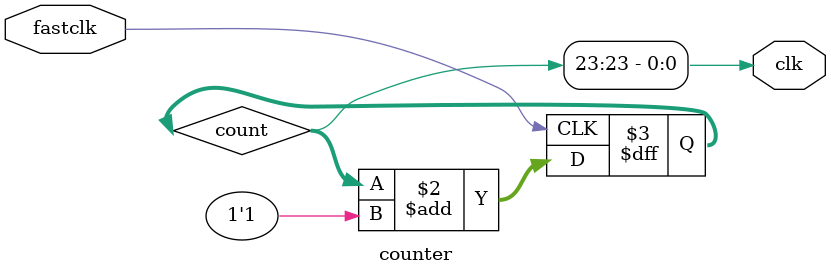
<source format=sv>
module counter #(parameter n = 24) //clock divides by 2^n, adjust n if necessary
  (input logic fastclk, output logic clk);
  
logic [n-1:0] count;

always_ff @(posedge fastclk)
    count <= count + 1'b1;

assign clk = count[n-1]; // slow clock

endmodule
</source>
